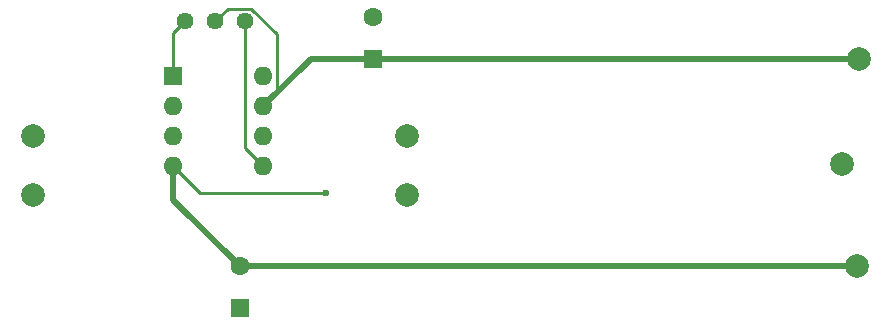
<source format=gbr>
G04 #@! TF.GenerationSoftware,KiCad,Pcbnew,(5.1.10-0-10_14)*
G04 #@! TF.CreationDate,2021-10-31T18:18:55+01:00*
G04 #@! TF.ProjectId,pre-amp-opa627,7072652d-616d-4702-9d6f-70613632372e,rev?*
G04 #@! TF.SameCoordinates,Original*
G04 #@! TF.FileFunction,Copper,L2,Bot*
G04 #@! TF.FilePolarity,Positive*
%FSLAX46Y46*%
G04 Gerber Fmt 4.6, Leading zero omitted, Abs format (unit mm)*
G04 Created by KiCad (PCBNEW (5.1.10-0-10_14)) date 2021-10-31 18:18:55*
%MOMM*%
%LPD*%
G01*
G04 APERTURE LIST*
G04 #@! TA.AperFunction,ComponentPad*
%ADD10C,1.440000*%
G04 #@! TD*
G04 #@! TA.AperFunction,ComponentPad*
%ADD11O,1.600000X1.600000*%
G04 #@! TD*
G04 #@! TA.AperFunction,ComponentPad*
%ADD12R,1.600000X1.600000*%
G04 #@! TD*
G04 #@! TA.AperFunction,ComponentPad*
%ADD13C,1.600000*%
G04 #@! TD*
G04 #@! TA.AperFunction,ComponentPad*
%ADD14C,2.000000*%
G04 #@! TD*
G04 #@! TA.AperFunction,ViaPad*
%ADD15C,0.600000*%
G04 #@! TD*
G04 #@! TA.AperFunction,Conductor*
%ADD16C,0.500000*%
G04 #@! TD*
G04 #@! TA.AperFunction,Conductor*
%ADD17C,0.250000*%
G04 #@! TD*
G04 APERTURE END LIST*
D10*
X144272000Y-109855000D03*
X141732000Y-109855000D03*
X139192000Y-109855000D03*
D11*
X145796000Y-114490500D03*
X138176000Y-122110500D03*
X145796000Y-117030500D03*
X138176000Y-119570500D03*
X145796000Y-119570500D03*
X138176000Y-117030500D03*
X145796000Y-122110500D03*
D12*
X138176000Y-114490500D03*
D13*
X143827500Y-130619500D03*
D12*
X143827500Y-134119500D03*
D13*
X155067000Y-109530000D03*
D12*
X155067000Y-113030000D03*
D14*
X194754500Y-121920000D03*
X196215000Y-113030000D03*
X196088000Y-130619500D03*
X157924500Y-124587000D03*
X157924500Y-119570500D03*
X126301500Y-124587000D03*
X126301500Y-119570500D03*
D15*
X151066500Y-124396500D03*
D16*
X196215000Y-113030000D02*
X155067000Y-113030000D01*
X149796500Y-113030000D02*
X145796000Y-117030500D01*
X155067000Y-113030000D02*
X149796500Y-113030000D01*
D17*
X142777001Y-108809999D02*
X141732000Y-109855000D01*
X146921001Y-110957399D02*
X144773601Y-108809999D01*
X146921001Y-115905499D02*
X146921001Y-110957399D01*
X144773601Y-108809999D02*
X142777001Y-108809999D01*
X145796000Y-117030500D02*
X146921001Y-115905499D01*
D16*
X196088000Y-130619500D02*
X143827500Y-130619500D01*
X138176000Y-124968000D02*
X143827500Y-130619500D01*
X138176000Y-122110500D02*
X138176000Y-124968000D01*
D17*
X140462000Y-124396500D02*
X138176000Y-122110500D01*
X151066500Y-124396500D02*
X140462000Y-124396500D01*
X144272000Y-120586500D02*
X144272000Y-109855000D01*
X145796000Y-122110500D02*
X144272000Y-120586500D01*
X138176000Y-110871000D02*
X139192000Y-109855000D01*
X138176000Y-114490500D02*
X138176000Y-110871000D01*
M02*

</source>
